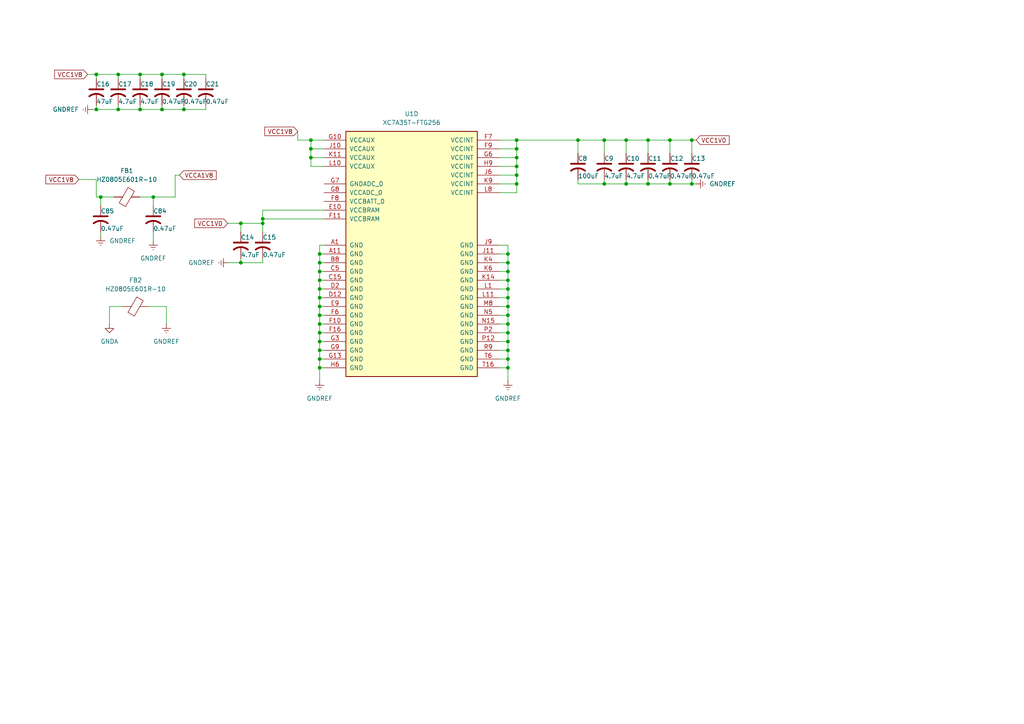
<source format=kicad_sch>
(kicad_sch (version 20250114) (generator "eeschema") (generator_version "9.0")
  (paper "A4")
  (lib_symbols
    (symbol "Device:C_US" (pin_numbers (hide yes)) (pin_names (offset 0.254) (hide yes))
      (property "Reference" "C" (at 0.635 2.54 0))
      (property "Value" "C_US" (at 0.635 -2.54 0))
      (symbol "C_US_0_1"
        (polyline (pts (xy -2.032 0.762) (xy 2.032 0.762)) (stroke (width 0.508)))
        (arc (start -2.032 -1.27) (mid 0 -0.5572) (end 2.032 -1.27) (stroke (width 0.508)))
      )
      (symbol "C_US_1_1"
        (pin passive line (at 0 3.81 270) (length 2.794) (name "~") (number "1"))
        (pin passive line (at 0 -3.81 90) (length 3.302) (name "~") (number "2"))
      )
    )
    (symbol "Device:FerriteBead" (pin_numbers (hide yes)) (pin_names (offset 0))
      (property "Reference" "FB" (at -3.81 0.635 90))
      (property "Value" "FerriteBead" (at 3.81 0 90))
      (symbol "FerriteBead_0_1"
        (polyline (pts (xy -2.7686 0.4064) (xy -1.7018 2.2606) (xy 2.7686 -0.3048) (xy 1.6764 -2.159) (xy -2.7686 0.4064)))
        (polyline (pts (xy 0 1.27) (xy 0 1.2954)))
        (polyline (pts (xy 0 -1.27) (xy 0 -1.2192)))
      )
      (symbol "FerriteBead_1_1"
        (pin passive line (at 0 3.81 270) (length 2.54) (name "~") (number "1"))
        (pin passive line (at 0 -3.81 90) (length 2.54) (name "~") (number "2"))
      )
    )
    (symbol "FPGA_Xilinx_Artix7:XC7A35T-FTG256" (pin_names (offset 1.016))
      (property "Reference" "U" (at 0 1.27 0))
      (property "Value" "XC7A35T-FTG256" (at 0 -1.27 0))
      (symbol "XC7A35T-FTG256_1_1"
        (rectangle (start -44.45 67.31) (end 44.45 -73.66) (stroke (width 0.254)) (fill (type background)))
        (pin bidirectional line (at -50.8 53.34 0) (length 6.35) (name "IO_0_14") (number "K12"))
        (pin bidirectional line (at -50.8 50.8 0) (length 6.35) (name "IO_L1P_T0_D00_MOSI_14") (number "J13"))
        (pin bidirectional line (at -50.8 48.26 0) (length 6.35) (name "IO_L1N_T0_D01_DIN_14") (number "J14"))
        (pin bidirectional line (at -50.8 45.72 0) (length 6.35) (name "IO_L2P_T0_D02_14") (number "K15"))
        (pin bidirectional line (at -50.8 43.18 0) (length 6.35) (name "IO_L2N_T0_D03_14") (number "K16"))
        (pin bidirectional line (at -50.8 40.64 0) (length 6.35) (name "IO_L3P_T0_DQS_PUDC_B_14") (number "L15"))
        (pin bidirectional line (at -50.8 38.1 0) (length 6.35) (name "IO_L3N_T0_DQS_EMCCLK_14") (number "M15"))
        (pin bidirectional line (at -50.8 35.56 0) (length 6.35) (name "IO_L4P_T0_D04_14") (number "L14"))
        (pin bidirectional line (at -50.8 33.02 0) (length 6.35) (name "IO_L4N_T0_D05_14") (number "M14"))
        (pin bidirectional line (at -50.8 30.48 0) (length 6.35) (name "IO_L5P_T0_D06_14") (number "K13"))
        (pin bidirectional line (at -50.8 27.94 0) (length 6.35) (name "IO_L5N_T0_D07_14") (number "L13"))
        (pin bidirectional line (at -50.8 25.4 0) (length 6.35) (name "IO_L6P_T0_FCS_B_14") (number "L12"))
        (pin bidirectional line (at -50.8 22.86 0) (length 6.35) (name "IO_L6N_T0_D08_VREF_14") (number "M12"))
        (pin bidirectional line (at -50.8 20.32 0) (length 6.35) (name "IO_L7P_T1_D09_14") (number "M16"))
        (pin bidirectional line (at -50.8 17.78 0) (length 6.35) (name "IO_L7N_T1_D10_14") (number "N16"))
        (pin bidirectional line (at -50.8 15.24 0) (length 6.35) (name "IO_L8P_T1_D11_14") (number "P15"))
        (pin bidirectional line (at -50.8 12.7 0) (length 6.35) (name "IO_L8N_T1_D12_14") (number "P16"))
        (pin bidirectional line (at -50.8 10.16 0) (length 6.35) (name "IO_L9P_T1_DQS_14") (number "R15"))
        (pin bidirectional line (at -50.8 7.62 0) (length 6.35) (name "IO_L9N_T1_DQS_D13_14") (number "R16"))
        (pin bidirectional line (at -50.8 5.08 0) (length 6.35) (name "IO_L10P_T1_D14_14") (number "T14"))
        (pin bidirectional line (at -50.8 2.54 0) (length 6.35) (name "IO_L10N_T1_D15_14") (number "T15"))
        (pin bidirectional line (at -50.8 0 0) (length 6.35) (name "IO_L11P_T1_SRCC_14") (number "N13"))
        (pin bidirectional line (at -50.8 -2.54 0) (length 6.35) (name "IO_L11N_T1_SRCC_14") (number "P13"))
        (pin bidirectional line (at -50.8 -5.08 0) (length 6.35) (name "IO_L12P_T1_MRCC_14") (number "N14"))
        (pin bidirectional line (at -50.8 -7.62 0) (length 6.35) (name "IO_L12N_T1_MRCC_14") (number "P14"))
        (pin bidirectional line (at -50.8 -10.16 0) (length 6.35) (name "IO_L13P_T2_MRCC_14") (number "N11"))
        (pin bidirectional line (at -50.8 -12.7 0) (length 6.35) (name "IO_L13N_T2_MRCC_14") (number "N12"))
        (pin bidirectional line (at -50.8 -15.24 0) (length 6.35) (name "IO_L14P_T2_SRCC_14") (number "P10"))
        (pin bidirectional line (at -50.8 -17.78 0) (length 6.35) (name "IO_L14N_T2_SRCC_14") (number "P11"))
        (pin bidirectional line (at -50.8 -20.32 0) (length 6.35) (name "IO_L15P_T2_DQS_RDWR_B_14") (number "R12"))
        (pin bidirectional line (at -50.8 -22.86 0) (length 6.35) (name "IO_L15N_T2_DQS_DOUT_CSO_B_14") (number "T12"))
        (pin bidirectional line (at -50.8 -25.4 0) (length 6.35) (name "IO_L16P_T2_CSI_B_14") (number "R13"))
        (pin bidirectional line (at -50.8 -27.94 0) (length 6.35) (name "IO_L16N_T2_A15_D31_14") (number "T13"))
        (pin bidirectional line (at -50.8 -30.48 0) (length 6.35) (name "IO_L17P_T2_A14_D30_14") (number "R10"))
        (pin bidirectional line (at -50.8 -33.02 0) (length 6.35) (name "IO_L17N_T2_A13_D29_14") (number "R11"))
        (pin bidirectional line (at -50.8 -35.56 0) (length 6.35) (name "IO_L18P_T2_A12_D28_14") (number "N9"))
        (pin bidirectional line (at -50.8 -38.1 0) (length 6.35) (name "IO_L18N_T2_A11_D27_14") (number "P9"))
        (pin bidirectional line (at -50.8 -40.64 0) (length 6.35) (name "IO_L19P_T3_A10_D26_14") (number "M6"))
        (pin bidirectional line (at -50.8 -43.18 0) (length 6.35) (name "IO_L19N_T3_A09_D25_VREF_14") (number "N6"))
        (pin bidirectional line (at -50.8 -45.72 0) (length 6.35) (name "IO_L20P_T3_A08_D24_14") (number "P8"))
        (pin bidirectional line (at -50.8 -48.26 0) (length 6.35) (name "IO_L20N_T3_A07_D23_14") (number "R8"))
        (pin bidirectional line (at -50.8 -50.8 0) (length 6.35) (name "IO_L21P_T3_DQS_14") (number "T7"))
        (pin bidirectional line (at -50.8 -53.34 0) (length 6.35) (name "IO_L21N_T3_DQS_A06_D22_14") (number "T8"))
        (pin bidirectional line (at -50.8 -55.88 0) (length 6.35) (name "IO_L22P_T3_A05_D21_14") (number "T9"))
        (pin bidirectional line (at -50.8 -58.42 0) (length 6.35) (name "IO_L22N_T3_A04_D20_14") (number "T10"))
        (pin bidirectional line (at -50.8 -60.96 0) (length 6.35) (name "IO_L23P_T3_A03_D19_14") (number "R5"))
        (pin bidirectional line (at -50.8 -63.5 0) (length 6.35) (name "IO_L23N_T3_A02_D18_14") (number "T5"))
        (pin bidirectional line (at -50.8 -66.04 0) (length 6.35) (name "IO_L24P_T3_A01_D17_14") (number "R6"))
        (pin bidirectional line (at -50.8 -68.58 0) (length 6.35) (name "IO_L24N_T3_A00_D16_14") (number "R7"))
        (pin bidirectional line (at -50.8 -71.12 0) (length 6.35) (name "IO_25_14") (number "P6"))
        (pin power_in line (at -40.64 73.66 270) (length 6.35) (name "VCCO_14") (number "L16"))
        (pin power_in line (at -38.1 73.66 270) (length 6.35) (name "VCCO_14") (number "M13"))
        (pin power_in line (at -35.56 73.66 270) (length 6.35) (name "VCCO_14") (number "N10"))
        (pin power_in line (at -33.02 73.66 270) (length 6.35) (name "VCCO_14") (number "P7"))
        (pin power_in line (at -30.48 73.66 270) (length 6.35) (name "VCCO_14") (number "R14"))
        (pin power_in line (at -27.94 73.66 270) (length 6.35) (name "VCCO_14") (number "T11"))
        (pin power_in line (at 27.94 73.66 270) (length 6.35) (name "VCCO_15") (number "A16"))
        (pin power_in line (at 30.48 73.66 270) (length 6.35) (name "VCCO_15") (number "B13"))
        (pin power_in line (at 33.02 73.66 270) (length 6.35) (name "VCCO_15") (number "C10"))
        (pin power_in line (at 35.56 73.66 270) (length 6.35) (name "VCCO_15") (number "E14"))
        (pin power_in line (at 38.1 73.66 270) (length 6.35) (name "VCCO_15") (number "H15"))
        (pin power_in line (at 40.64 73.66 270) (length 6.35) (name "VCCO_15") (number "J12"))
        (pin bidirectional line (at 50.8 53.34 180) (length 6.35) (name "IO_0_15") (number "D10"))
        (pin bidirectional line (at 50.8 50.8 180) (length 6.35) (name "IO_L1P_T0_AD0P_15") (number "C8"))
        (pin bidirectional line (at 50.8 48.26 180) (length 6.35) (name "IO_L1N_T0_AD0N_15") (number "C9"))
        (pin bidirectional line (at 50.8 45.72 180) (length 6.35) (name "IO_L2P_T0_AD8P_15") (number "A8"))
        (pin bidirectional line (at 50.8 43.18 180) (length 6.35) (name "IO_L2N_T0_AD8N_15") (number "A9"))
        (pin bidirectional line (at 50.8 40.64 180) (length 6.35) (name "IO_L3P_T0_DQS_AD1P_15") (number "B9"))
        (pin bidirectional line (at 50.8 38.1 180) (length 6.35) (name "IO_L3N_T0_DQS_AD1N_15") (number "A10"))
        (pin bidirectional line (at 50.8 35.56 180) (length 6.35) (name "IO_L4P_T0_15") (number "B10"))
        (pin bidirectional line (at 50.8 33.02 180) (length 6.35) (name "IO_L4N_T0_15") (number "B11"))
        (pin bidirectional line (at 50.8 30.48 180) (length 6.35) (name "IO_L5P_T0_AD9P_15") (number "B12"))
        (pin bidirectional line (at 50.8 27.94 180) (length 6.35) (name "IO_L5N_T0_AD9N_15") (number "A12"))
        (pin bidirectional line (at 50.8 25.4 180) (length 6.35) (name "IO_L6P_T0_15") (number "D8"))
        (pin bidirectional line (at 50.8 22.86 180) (length 6.35) (name "IO_L6N_T0_VREF_15") (number "D9"))
        (pin bidirectional line (at 50.8 20.32 180) (length 6.35) (name "IO_L7P_T1_AD2P_15") (number "A13"))
        (pin bidirectional line (at 50.8 17.78 180) (length 6.35) (name "IO_L7N_T1_AD2N_15") (number "A14"))
        (pin bidirectional line (at 50.8 15.24 180) (length 6.35) (name "IO_L8P_T1_AD10P_15") (number "C14"))
        (pin bidirectional line (at 50.8 12.7 180) (length 6.35) (name "IO_L8N_T1_AD10N_15") (number "B14"))
        (pin bidirectional line (at 50.8 10.16 180) (length 6.35) (name "IO_L9P_T1_DQS_AD3P_15") (number "B15"))
        (pin bidirectional line (at 50.8 7.62 180) (length 6.35) (name "IO_L9N_T1_DQS_AD3N_15") (number "A15"))
        (pin bidirectional line (at 50.8 5.08 180) (length 6.35) (name "IO_L10P_T1_AD11P_15") (number "C16"))
        (pin bidirectional line (at 50.8 2.54 180) (length 6.35) (name "IO_L10N_T1_AD11N_15") (number "B16"))
        (pin bidirectional line (at 50.8 0 180) (length 6.35) (name "IO_L11P_T1_SRCC_15") (number "C11"))
        (pin bidirectional line (at 50.8 -2.54 180) (length 6.35) (name "IO_L11N_T1_SRCC_15") (number "C12"))
        (pin bidirectional line (at 50.8 -5.08 180) (length 6.35) (name "IO_L12P_T1_MRCC_15") (number "D13"))
        (pin bidirectional line (at 50.8 -7.62 180) (length 6.35) (name "IO_L12N_T1_MRCC_15") (number "C13"))
        (pin bidirectional line (at 50.8 -10.16 180) (length 6.35) (name "IO_L13P_T2_MRCC_15") (number "E12"))
        (pin bidirectional line (at 50.8 -12.7 180) (length 6.35) (name "IO_L13N_T2_MRCC_15") (number "E13"))
        (pin bidirectional line (at 50.8 -15.24 180) (length 6.35) (name "IO_L14P_T2_SRCC_15") (number "E11"))
        (pin bidirectional line (at 50.8 -17.78 180) (length 6.35) (name "IO_L14N_T2_SRCC_15") (number "D11"))
        (pin bidirectional line (at 50.8 -20.32 180) (length 6.35) (name "IO_L15P_T2_DQS_15") (number "D14"))
        (pin bidirectional line (at 50.8 -22.86 180) (length 6.35) (name "IO_L15N_T2_DQS_ADV_B_15") (number "D15"))
        (pin bidirectional line (at 50.8 -25.4 180) (length 6.35) (name "IO_L16P_T2_A28_15") (number "F12"))
        (pin bidirectional line (at 50.8 -27.94 180) (length 6.35) (name "IO_L16N_T2_A27_15") (number "F13"))
        (pin bidirectional line (at 50.8 -30.48 180) (length 6.35) (name "IO_L17P_T2_A26_15") (number "E16"))
        (pin bidirectional line (at 50.8 -33.02 180) (length 6.35) (name "IO_L17N_T2_A25_15") (number "D16"))
        (pin bidirectional line (at 50.8 -35.56 180) (length 6.35) (name "IO_L18P_T2_A24_15") (number "F15"))
        (pin bidirectional line (at 50.8 -38.1 180) (length 6.35) (name "IO_L18N_T2_A23_15") (number "E15"))
        (pin bidirectional line (at 50.8 -40.64 180) (length 6.35) (name "IO_L19P_T3_A22_15") (number "H11"))
        (pin bidirectional line (at 50.8 -43.18 180) (length 6.35) (name "IO_L19N_T3_A21_VREF_15") (number "G12"))
        (pin bidirectional line (at 50.8 -45.72 180) (length 6.35) (name "IO_L20P_T3_A20_15") (number "H12"))
        (pin bidirectional line (at 50.8 -48.26 180) (length 6.35) (name "IO_L20N_T3_A19_15") (number "H13"))
        (pin bidirectional line (at 50.8 -50.8 180) (length 6.35) (name "IO_L21P_T3_DQS_15") (number "G14"))
        (pin bidirectional line (at 50.8 -53.34 180) (length 6.35) (name "IO_L21N_T3_DQS_A18_15") (number "F14"))
        (pin bidirectional line (at 50.8 -55.88 180) (length 6.35) (name "IO_L22P_T3_A17_15") (number "H16"))
        (pin bidirectional line (at 50.8 -58.42 180) (length 6.35) (name "IO_L22N_T3_A16_15") (number "G16"))
        (pin bidirectional line (at 50.8 -60.96 180) (length 6.35) (name "IO_L23P_T3_FOE_B_15") (number "J15"))
        (pin bidirectional line (at 50.8 -63.5 180) (length 6.35) (name "IO_L23N_T3_FWE_B_15") (number "J16"))
        (pin bidirectional line (at 50.8 -66.04 180) (length 6.35) (name "IO_L24P_T3_RS1_15") (number "H14"))
        (pin bidirectional line (at 50.8 -68.58 180) (length 6.35) (name "IO_L24N_T3_RS0_15") (number "G15"))
        (pin bidirectional line (at 50.8 -71.12 180) (length 6.35) (name "IO_25_15") (number "G11"))
      )
      (symbol "XC7A35T-FTG256_2_1"
        (rectangle (start -44.45 67.31) (end 44.45 -73.66) (stroke (width 0.254)) (fill (type background)))
        (pin bidirectional line (at -50.8 53.34 0) (length 6.35) (name "IO_0_34") (number "L5"))
        (pin bidirectional line (at -50.8 50.8 0) (length 6.35) (name "IO_L1P_T0_34") (number "L4"))
        (pin bidirectional line (at -50.8 48.26 0) (length 6.35) (name "IO_L1N_T0_34") (number "M4"))
        (pin bidirectional line (at -50.8 45.72 0) (length 6.35) (name "IO_L2P_T0_34") (number "M2"))
        (pin bidirectional line (at -50.8 43.18 0) (length 6.35) (name "IO_L2N_T0_34") (number "M1"))
        (pin bidirectional line (at -50.8 40.64 0) (length 6.35) (name "IO_L3P_T0_DQS_34") (number "N3"))
        (pin bidirectional line (at -50.8 38.1 0) (length 6.35) (name "IO_L3N_T0_DQS_34") (number "N2"))
        (pin bidirectional line (at -50.8 35.56 0) (length 6.35) (name "IO_L4P_T0_34") (number "N1"))
        (pin bidirectional line (at -50.8 33.02 0) (length 6.35) (name "IO_L4N_T0_34") (number "P1"))
        (pin bidirectional line (at -50.8 30.48 0) (length 6.35) (name "IO_L5P_T0_34") (number "P4"))
        (pin bidirectional line (at -50.8 27.94 0) (length 6.35) (name "IO_L5N_T0_34") (number "P3"))
        (pin bidirectional line (at -50.8 25.4 0) (length 6.35) (name "IO_L6P_T0_34") (number "M5"))
        (pin bidirectional line (at -50.8 22.86 0) (length 6.35) (name "IO_L6N_T0_VREF_34") (number "N4"))
        (pin bidirectional line (at -50.8 20.32 0) (length 6.35) (name "IO_L7P_T1_34") (number "R2"))
        (pin bidirectional line (at -50.8 17.78 0) (length 6.35) (name "IO_L7N_T1_34") (number "R1"))
        (pin bidirectional line (at -50.8 15.24 0) (length 6.35) (name "IO_L8P_T1_34") (number "R3"))
        (pin bidirectional line (at -50.8 12.7 0) (length 6.35) (name "IO_L8N_T1_34") (number "T2"))
        (pin bidirectional line (at -50.8 10.16 0) (length 6.35) (name "IO_L9P_T1_DQS_34") (number "T4"))
        (pin bidirectional line (at -50.8 7.62 0) (length 6.35) (name "IO_L9N_T1_DQS_34") (number "T3"))
        (pin bidirectional line (at -50.8 5.08 0) (length 6.35) (name "IO_L10P_T1_34") (number "P5"))
        (pin power_in line (at -40.64 73.66 270) (length 6.35) (name "VCCO_34") (number "M3"))
        (pin power_in line (at -38.1 73.66 270) (length 6.35) (name "VCCO_34") (number "R4"))
        (pin power_in line (at -35.56 73.66 270) (length 6.35) (name "VCCO_34") (number "T1"))
        (pin power_in line (at 27.94 73.66 270) (length 6.35) (name "VCCO_35") (number "A6"))
        (pin power_in line (at 30.48 73.66 270) (length 6.35) (name "VCCO_35") (number "B3"))
        (pin power_in line (at 33.02 73.66 270) (length 6.35) (name "VCCO_35") (number "D7"))
        (pin power_in line (at 35.56 73.66 270) (length 6.35) (name "VCCO_35") (number "E4"))
        (pin power_in line (at 38.1 73.66 270) (length 6.35) (name "VCCO_35") (number "F1"))
        (pin power_in line (at 40.64 73.66 270) (length 6.35) (name "VCCO_35") (number "J2"))
        (pin bidirectional line (at 50.8 53.34 180) (length 6.35) (name "IO_0_35") (number "E6"))
        (pin bidirectional line (at 50.8 50.8 180) (length 6.35) (name "IO_L1P_T0_AD4P_35") (number "B7"))
        (pin bidirectional line (at 50.8 48.26 180) (length 6.35) (name "IO_L1N_T0_AD4N_35") (number "A7"))
        (pin bidirectional line (at 50.8 45.72 180) (length 6.35) (name "IO_L2P_T0_AD12P_35") (number "B6"))
        (pin bidirectional line (at 50.8 43.18 180) (length 6.35) (name "IO_L2N_T0_AD12N_35") (number "B5"))
        (pin bidirectional line (at 50.8 40.64 180) (length 6.35) (name "IO_L3P_T0_DQS_AD5P_35") (number "A5"))
        (pin bidirectional line (at 50.8 38.1 180) (length 6.35) (name "IO_L3N_T0_DQS_AD5N_35") (number "A4"))
        (pin bidirectional line (at 50.8 35.56 180) (length 6.35) (name "IO_L4P_T0_35") (number "B4"))
        (pin bidirectional line (at 50.8 33.02 180) (length 6.35) (name "IO_L4N_T0_35") (number "A3"))
        (pin bidirectional line (at 50.8 30.48 180) (length 6.35) (name "IO_L5P_T0_AD13P_35") (number "C7"))
        (pin bidirectional line (at 50.8 27.94 180) (length 6.35) (name "IO_L5N_T0_AD13N_35") (number "C6"))
        (pin bidirectional line (at 50.8 25.4 180) (length 6.35) (name "IO_L6P_T0_35") (number "D6"))
        (pin bidirectional line (at 50.8 22.86 180) (length 6.35) (name "IO_L6N_T0_VREF_35") (number "D5"))
        (pin bidirectional line (at 50.8 20.32 180) (length 6.35) (name "IO_L7P_T1_AD6P_35") (number "C3"))
        (pin bidirectional line (at 50.8 17.78 180) (length 6.35) (name "IO_L7N_T1_AD6N_35") (number "C2"))
        (pin bidirectional line (at 50.8 15.24 180) (length 6.35) (name "IO_L8P_T1_AD14P_35") (number "B2"))
        (pin bidirectional line (at 50.8 12.7 180) (length 6.35) (name "IO_L8N_T1_AD14N_35") (number "A2"))
        (pin bidirectional line (at 50.8 10.16 180) (length 6.35) (name "IO_L9P_T1_DQS_AD7P_35") (number "C1"))
        (pin bidirectional line (at 50.8 7.62 180) (length 6.35) (name "IO_L9N_T1_DQS_AD7N_35") (number "B1"))
        (pin bidirectional line (at 50.8 5.08 180) (length 6.35) (name "IO_L10P_T1_AD15P_35") (number "E2"))
        (pin bidirectional line (at 50.8 2.54 180) (length 6.35) (name "IO_L10N_T1_AD15N_35") (number "D1"))
        (pin bidirectional line (at 50.8 0 180) (length 6.35) (name "IO_L11P_T1_SRCC_35") (number "E3"))
        (pin bidirectional line (at 50.8 -2.54 180) (length 6.35) (name "IO_L11N_T1_SRCC_35") (number "D3"))
        (pin bidirectional line (at 50.8 -5.08 180) (length 6.35) (name "IO_L12P_T1_MRCC_35") (number "D4"))
        (pin bidirectional line (at 50.8 -7.62 180) (length 6.35) (name "IO_L12N_T1_MRCC_35") (number "C4"))
        (pin bidirectional line (at 50.8 -10.16 180) (length 6.35) (name "IO_L13P_T2_MRCC_35") (number "F5"))
        (pin bidirectional line (at 50.8 -12.7 180) (length 6.35) (name "IO_L13N_T2_MRCC_35") (number "E5"))
        (pin bidirectional line (at 50.8 -15.24 180) (length 6.35) (name "IO_L14P_T2_SRCC_35") (number "F4"))
        (pin bidirectional line (at 50.8 -17.78 180) (length 6.35) (name "IO_L14N_T2_SRCC_35") (number "F3"))
        (pin bidirectional line (at 50.8 -20.32 180) (length 6.35) (name "IO_L15P_T2_DQS_35") (number "F2"))
        (pin bidirectional line (at 50.8 -22.86 180) (length 6.35) (name "IO_L15N_T2_DQS_35") (number "E1"))
        (pin bidirectional line (at 50.8 -25.4 180) (length 6.35) (name "IO_L16P_T2_35") (number "G5"))
        (pin bidirectional line (at 50.8 -27.94 180) (length 6.35) (name "IO_L16N_T2_35") (number "G4"))
        (pin bidirectional line (at 50.8 -30.48 180) (length 6.35) (name "IO_L17P_T2_35") (number "G2"))
        (pin bidirectional line (at 50.8 -33.02 180) (length 6.35) (name "IO_L17N_T2_35") (number "G1"))
        (pin bidirectional line (at 50.8 -35.56 180) (length 6.35) (name "IO_L18P_T2_35") (number "H5"))
        (pin bidirectional line (at 50.8 -38.1 180) (length 6.35) (name "IO_L18N_T2_35") (number "H4"))
        (pin bidirectional line (at 50.8 -40.64 180) (length 6.35) (name "IO_L19P_T3_35") (number "J5"))
        (pin bidirectional line (at 50.8 -43.18 180) (length 6.35) (name "IO_L19N_T3_VREF_35") (number "J4"))
        (pin bidirectional line (at 50.8 -45.72 180) (length 6.35) (name "IO_L20P_T3_35") (number "H2"))
        (pin bidirectional line (at 50.8 -48.26 180) (length 6.35) (name "IO_L20N_T3_35") (number "H1"))
        (pin bidirectional line (at 50.8 -50.8 180) (length 6.35) (name "IO_L21P_T3_DQS_35") (number "J3"))
        (pin bidirectional line (at 50.8 -53.34 180) (length 6.35) (name "IO_L21N_T3_DQS_35") (number "H3"))
        (pin bidirectional line (at 50.8 -55.88 180) (length 6.35) (name "IO_L22P_T3_35") (number "K1"))
        (pin bidirectional line (at 50.8 -58.42 180) (length 6.35) (name "IO_L22N_T3_35") (number "J1"))
        (pin bidirectional line (at 50.8 -60.96 180) (length 6.35) (name "IO_L23P_T3_35") (number "L3"))
        (pin bidirectional line (at 50.8 -63.5 180) (length 6.35) (name "IO_L23N_T3_35") (number "L2"))
        (pin bidirectional line (at 50.8 -66.04 180) (length 6.35) (name "IO_L24P_T3_35") (number "K3"))
        (pin bidirectional line (at 50.8 -68.58 180) (length 6.35) (name "IO_L24N_T3_35") (number "K2"))
        (pin bidirectional line (at 50.8 -71.12 180) (length 6.35) (name "IO_25_35") (number "K5"))
      )
      (symbol "XC7A35T-FTG256_3_1"
        (rectangle (start -31.75 34.29) (end 31.75 -40.64) (stroke (width 0.254)) (fill (type background)))
        (pin power_in line (at 27.94 40.64 270) (length 6.35) (name "VCCO_0") (number "L6"))
        (pin bidirectional line (at 38.1 20.32 180) (length 6.35) (name "TDI_0") (number "N7"))
        (pin bidirectional line (at 38.1 17.78 180) (length 6.35) (name "TDO_0") (number "N8"))
        (pin bidirectional line (at 38.1 15.24 180) (length 6.35) (name "TMS_0") (number "M7"))
        (pin bidirectional line (at 38.1 12.7 180) (length 6.35) (name "TCK_0") (number "L7"))
        (pin bidirectional line (at 38.1 7.62 180) (length 6.35) (name "CCLK_0") (number "E8"))
        (pin bidirectional line (at 38.1 5.08 180) (length 6.35) (name "M0_0") (number "M9"))
        (pin bidirectional line (at 38.1 2.54 180) (length 6.35) (name "M1_0") (number "M10"))
        (pin bidirectional line (at 38.1 0 180) (length 6.35) (name "M2_0") (number "M11"))
        (pin bidirectional line (at 38.1 -5.08 180) (length 6.35) (name "DONE_0") (number "H10"))
        (pin bidirectional line (at 38.1 -7.62 180) (length 6.35) (name "INIT_B_0") (number "K10"))
        (pin bidirectional line (at 38.1 -10.16 180) (length 6.35) (name "PROGRAM_B_0") (number "L9"))
        (pin bidirectional line (at 38.1 -15.24 180) (length 6.35) (name "CFGBVS_0") (number "E7"))
        (pin bidirectional line (at 38.1 -20.32 180) (length 6.35) (name "VP_0") (number "H8"))
        (pin bidirectional line (at 38.1 -22.86 180) (length 6.35) (name "VN_0") (number "J7"))
        (pin bidirectional line (at 38.1 -27.94 180) (length 6.35) (name "VREFP_0") (number "J8"))
        (pin bidirectional line (at 38.1 -30.48 180) (length 6.35) (name "VREFN_0") (number "H7"))
        (pin bidirectional line (at 38.1 -35.56 180) (length 6.35) (name "DXP_0") (number "K8"))
        (pin bidirectional line (at 38.1 -38.1 180) (length 6.35) (name "DXN_0") (number "K7"))
      )
      (symbol "XC7A35T-FTG256_4_1"
        (rectangle (start -19.05 35.56) (end 19.05 -35.56) (stroke (width 0.254)) (fill (type background)))
        (pin power_in line (at -25.4 33.02 0) (length 6.35) (name "VCCAUX") (number "G10"))
        (pin power_in line (at -25.4 30.48 0) (length 6.35) (name "VCCAUX") (number "J10"))
        (pin power_in line (at -25.4 27.94 0) (length 6.35) (name "VCCAUX") (number "K11"))
        (pin power_in line (at -25.4 25.4 0) (length 6.35) (name "VCCAUX") (number "L10"))
        (pin power_in line (at -25.4 20.32 0) (length 6.35) (name "GNDADC_0") (number "G7"))
        (pin power_in line (at -25.4 17.78 0) (length 6.35) (name "VCCADC_0") (number "G8"))
        (pin power_in line (at -25.4 15.24 0) (length 6.35) (name "VCCBATT_0") (number "F8"))
        (pin power_in line (at -25.4 12.7 0) (length 6.35) (name "VCCBRAM") (number "E10"))
        (pin power_in line (at -25.4 10.16 0) (length 6.35) (name "VCCBRAM") (number "F11"))
        (pin power_in line (at -25.4 2.54 0) (length 6.35) (name "GND") (number "A1"))
        (pin power_in line (at -25.4 0 0) (length 6.35) (name "GND") (number "A11"))
        (pin power_in line (at -25.4 -2.54 0) (length 6.35) (name "GND") (number "B8"))
        (pin power_in line (at -25.4 -5.08 0) (length 6.35) (name "GND") (number "C5"))
        (pin power_in line (at -25.4 -7.62 0) (length 6.35) (name "GND") (number "C15"))
        (pin power_in line (at -25.4 -10.16 0) (length 6.35) (name "GND") (number "D2"))
        (pin power_in line (at -25.4 -12.7 0) (length 6.35) (name "GND") (number "D12"))
        (pin power_in line (at -25.4 -15.24 0) (length 6.35) (name "GND") (number "E9"))
        (pin power_in line (at -25.4 -17.78 0) (length 6.35) (name "GND") (number "F6"))
        (pin power_in line (at -25.4 -20.32 0) (length 6.35) (name "GND") (number "F10"))
        (pin power_in line (at -25.4 -22.86 0) (length 6.35) (name "GND") (number "F16"))
        (pin power_in line (at -25.4 -25.4 0) (length 6.35) (name "GND") (number "G3"))
        (pin power_in line (at -25.4 -27.94 0) (length 6.35) (name "GND") (number "G9"))
        (pin power_in line (at -25.4 -30.48 0) (length 6.35) (name "GND") (number "G13"))
        (pin power_in line (at -25.4 -33.02 0) (length 6.35) (name "GND") (number "H6"))
        (pin power_in line (at 25.4 33.02 180) (length 6.35) (name "VCCINT") (number "F7"))
        (pin power_in line (at 25.4 30.48 180) (length 6.35) (name "VCCINT") (number "F9"))
        (pin power_in line (at 25.4 27.94 180) (length 6.35) (name "VCCINT") (number "G6"))
        (pin power_in line (at 25.4 25.4 180) (length 6.35) (name "VCCINT") (number "H9"))
        (pin power_in line (at 25.4 22.86 180) (length 6.35) (name "VCCINT") (number "J6"))
        (pin power_in line (at 25.4 20.32 180) (length 6.35) (name "VCCINT") (number "K9"))
        (pin power_in line (at 25.4 17.78 180) (length 6.35) (name "VCCINT") (number "L8"))
        (pin power_in line (at 25.4 2.54 180) (length 6.35) (name "GND") (number "J9"))
        (pin power_in line (at 25.4 0 180) (length 6.35) (name "GND") (number "J11"))
        (pin power_in line (at 25.4 -2.54 180) (length 6.35) (name "GND") (number "K4"))
        (pin power_in line (at 25.4 -5.08 180) (length 6.35) (name "GND") (number "K6"))
        (pin power_in line (at 25.4 -7.62 180) (length 6.35) (name "GND") (number "K14"))
        (pin power_in line (at 25.4 -10.16 180) (length 6.35) (name "GND") (number "L1"))
        (pin power_in line (at 25.4 -12.7 180) (length 6.35) (name "GND") (number "L11"))
        (pin power_in line (at 25.4 -15.24 180) (length 6.35) (name "GND") (number "M8"))
        (pin power_in line (at 25.4 -17.78 180) (length 6.35) (name "GND") (number "N5"))
        (pin power_in line (at 25.4 -20.32 180) (length 6.35) (name "GND") (number "N15"))
        (pin power_in line (at 25.4 -22.86 180) (length 6.35) (name "GND") (number "P2"))
        (pin power_in line (at 25.4 -25.4 180) (length 6.35) (name "GND") (number "P12"))
        (pin power_in line (at 25.4 -27.94 180) (length 6.35) (name "GND") (number "R9"))
        (pin power_in line (at 25.4 -30.48 180) (length 6.35) (name "GND") (number "T6"))
        (pin power_in line (at 25.4 -33.02 180) (length 6.35) (name "GND") (number "T16"))
      )
    )
    (symbol "power:GNDA" (power) (pin_numbers (hide yes)) (pin_names (offset 0) (hide yes))
      (property "Value" "GNDA" (at 0 -3.81 0))
      (symbol "GNDA_0_1"
        (polyline (pts (xy 0 0) (xy 0 -1.27) (xy 1.27 -1.27) (xy 0 -2.54) (xy -1.27 -1.27) (xy 0 -1.27)))
      )
      (symbol "GNDA_1_1"
        (pin power_in line (at 0 0 270) (length 0) (name "~") (number "1"))
      )
    )
    (symbol "power:GNDREF" (power) (pin_numbers (hide yes)) (pin_names (offset 0) (hide yes))
      (property "Value" "GNDREF" (at 0 -3.81 0))
      (symbol "GNDREF_0_1"
        (polyline (pts (xy -0.635 -1.905) (xy 0.635 -1.905)))
        (polyline (pts (xy -0.127 -2.54) (xy 0.127 -2.54)))
        (polyline (pts (xy 0 -1.27) (xy 0 0)))
        (polyline (pts (xy 1.27 -1.27) (xy -1.27 -1.27)))
      )
      (symbol "GNDREF_1_1"
        (pin power_in line (at 0 0 270) (length 0) (name "~") (number "1"))
      )
    )
  )
  (junction (at 90.17 43.18))
  (junction (at 40.64 21.59))
  (junction (at 92.71 96.52))
  (junction (at 92.71 101.6))
  (junction (at 46.99 21.59))
  (junction (at 181.61 40.64))
  (junction (at 46.99 31.75))
  (junction (at 90.17 40.64))
  (junction (at 92.71 104.14))
  (junction (at 92.71 93.98))
  (junction (at 147.32 106.68))
  (junction (at 147.32 81.28))
  (junction (at 147.32 99.06))
  (junction (at 27.94 21.59))
  (junction (at 76.2 64.77))
  (junction (at 187.96 53.34))
  (junction (at 200.66 53.34))
  (junction (at 149.86 43.18))
  (junction (at 181.61 53.34))
  (junction (at 92.71 76.2))
  (junction (at 92.71 78.74))
  (junction (at 147.32 86.36))
  (junction (at 92.71 91.44))
  (junction (at 175.26 40.64))
  (junction (at 149.86 40.64))
  (junction (at 147.32 88.9))
  (junction (at 147.32 78.74))
  (junction (at 147.32 91.44))
  (junction (at 69.85 64.77))
  (junction (at 175.26 53.34))
  (junction (at 147.32 76.2))
  (junction (at 44.45 57.15))
  (junction (at 92.71 88.9))
  (junction (at 92.71 106.68))
  (junction (at 147.32 101.6))
  (junction (at 53.34 21.59))
  (junction (at 167.64 40.64))
  (junction (at 147.32 73.66))
  (junction (at 40.64 31.75))
  (junction (at 92.71 73.66))
  (junction (at 92.71 81.28))
  (junction (at 147.32 96.52))
  (junction (at 92.71 86.36))
  (junction (at 34.29 31.75))
  (junction (at 194.31 40.64))
  (junction (at 76.2 63.5))
  (junction (at 147.32 83.82))
  (junction (at 69.85 76.2))
  (junction (at 90.17 45.72))
  (junction (at 29.21 57.15))
  (junction (at 147.32 104.14))
  (junction (at 187.96 40.64))
  (junction (at 34.29 21.59))
  (junction (at 27.94 31.75))
  (junction (at 53.34 31.75))
  (junction (at 149.86 53.34))
  (junction (at 147.32 93.98))
  (junction (at 194.31 53.34))
  (junction (at 92.71 83.82))
  (junction (at 149.86 50.8))
  (junction (at 200.66 40.64))
  (junction (at 149.86 48.26))
  (junction (at 149.86 45.72))
  (junction (at 92.71 99.06))
  (wire (pts (xy 92.71 83.82) (xy 92.71 86.36)))
  (wire (pts (xy 187.96 53.34) (xy 194.31 53.34)))
  (wire (pts (xy 27.94 57.15) (xy 29.21 57.15)))
  (wire (pts (xy 194.31 40.64) (xy 200.66 40.64)))
  (wire (pts (xy 147.32 99.06) (xy 147.32 101.6)))
  (wire (pts (xy 181.61 40.64) (xy 187.96 40.64)))
  (wire (pts (xy 181.61 52.07) (xy 181.61 53.34)))
  (wire (pts (xy 147.32 73.66) (xy 147.32 76.2)))
  (wire (pts (xy 40.64 31.75) (xy 34.29 31.75)))
  (wire (pts (xy 147.32 81.28) (xy 147.32 83.82)))
  (wire (pts (xy 144.78 48.26) (xy 149.86 48.26)))
  (wire (pts (xy 90.17 43.18) (xy 93.98 43.18)))
  (wire (pts (xy 147.32 91.44) (xy 147.32 93.98)))
  (wire (pts (xy 76.2 76.2) (xy 69.85 76.2)))
  (wire (pts (xy 52.07 50.8) (xy 50.8 50.8)))
  (wire (pts (xy 92.71 91.44) (xy 93.98 91.44)))
  (wire (pts (xy 22.86 52.07) (xy 27.94 52.07)))
  (wire (pts (xy 149.86 50.8) (xy 149.86 48.26)))
  (wire (pts (xy 92.71 104.14) (xy 93.98 104.14)))
  (wire (pts (xy 34.29 30.48) (xy 34.29 31.75)))
  (wire (pts (xy 147.32 101.6) (xy 147.32 104.14)))
  (wire (pts (xy 44.45 67.31) (xy 44.45 69.85)))
  (wire (pts (xy 76.2 64.77) (xy 69.85 64.77)))
  (wire (pts (xy 92.71 106.68) (xy 92.71 110.49)))
  (wire (pts (xy 149.86 45.72) (xy 149.86 43.18)))
  (wire (pts (xy 27.94 31.75) (xy 26.67 31.75)))
  (wire (pts (xy 86.36 40.64) (xy 90.17 40.64)))
  (wire (pts (xy 167.64 40.64) (xy 167.64 44.45)))
  (wire (pts (xy 147.32 83.82) (xy 147.32 86.36)))
  (wire (pts (xy 44.45 57.15) (xy 40.64 57.15)))
  (wire (pts (xy 144.78 50.8) (xy 149.86 50.8)))
  (wire (pts (xy 175.26 40.64) (xy 175.26 44.45)))
  (wire (pts (xy 92.71 106.68) (xy 93.98 106.68)))
  (wire (pts (xy 76.2 63.5) (xy 76.2 64.77)))
  (wire (pts (xy 92.71 73.66) (xy 92.71 76.2)))
  (wire (pts (xy 50.8 57.15) (xy 44.45 57.15)))
  (wire (pts (xy 144.78 40.64) (xy 149.86 40.64)))
  (wire (pts (xy 92.71 91.44) (xy 92.71 93.98)))
  (wire (pts (xy 33.02 57.15) (xy 29.21 57.15)))
  (wire (pts (xy 27.94 30.48) (xy 27.94 31.75)))
  (wire (pts (xy 144.78 76.2) (xy 147.32 76.2)))
  (wire (pts (xy 144.78 96.52) (xy 147.32 96.52)))
  (wire (pts (xy 93.98 48.26) (xy 90.17 48.26)))
  (wire (pts (xy 144.78 104.14) (xy 147.32 104.14)))
  (wire (pts (xy 167.64 53.34) (xy 175.26 53.34)))
  (wire (pts (xy 46.99 21.59) (xy 53.34 21.59)))
  (wire (pts (xy 181.61 53.34) (xy 187.96 53.34)))
  (wire (pts (xy 187.96 52.07) (xy 187.96 53.34)))
  (wire (pts (xy 27.94 21.59) (xy 27.94 22.86)))
  (wire (pts (xy 167.64 52.07) (xy 167.64 53.34)))
  (wire (pts (xy 92.71 78.74) (xy 93.98 78.74)))
  (wire (pts (xy 27.94 21.59) (xy 34.29 21.59)))
  (wire (pts (xy 93.98 88.9) (xy 92.71 88.9)))
  (wire (pts (xy 69.85 64.77) (xy 66.04 64.77)))
  (wire (pts (xy 92.71 93.98) (xy 93.98 93.98)))
  (wire (pts (xy 53.34 21.59) (xy 53.34 22.86)))
  (wire (pts (xy 194.31 52.07) (xy 194.31 53.34)))
  (wire (pts (xy 50.8 50.8) (xy 50.8 57.15)))
  (wire (pts (xy 90.17 45.72) (xy 93.98 45.72)))
  (wire (pts (xy 92.71 76.2) (xy 93.98 76.2)))
  (wire (pts (xy 144.78 101.6) (xy 147.32 101.6)))
  (wire (pts (xy 147.32 76.2) (xy 147.32 78.74)))
  (wire (pts (xy 92.71 101.6) (xy 92.71 104.14)))
  (wire (pts (xy 44.45 59.69) (xy 44.45 57.15)))
  (wire (pts (xy 144.78 53.34) (xy 149.86 53.34)))
  (wire (pts (xy 59.69 21.59) (xy 59.69 22.86)))
  (wire (pts (xy 25.4 21.59) (xy 27.94 21.59)))
  (wire (pts (xy 35.56 88.9) (xy 31.75 88.9)))
  (wire (pts (xy 147.32 88.9) (xy 147.32 91.44)))
  (wire (pts (xy 53.34 30.48) (xy 53.34 31.75)))
  (wire (pts (xy 92.71 93.98) (xy 92.71 96.52)))
  (wire (pts (xy 76.2 64.77) (xy 76.2 67.31)))
  (wire (pts (xy 90.17 48.26) (xy 90.17 45.72)))
  (wire (pts (xy 194.31 53.34) (xy 200.66 53.34)))
  (wire (pts (xy 149.86 55.88) (xy 149.86 53.34)))
  (wire (pts (xy 175.26 53.34) (xy 181.61 53.34)))
  (wire (pts (xy 93.98 71.12) (xy 92.71 71.12)))
  (wire (pts (xy 46.99 30.48) (xy 46.99 31.75)))
  (wire (pts (xy 76.2 60.96) (xy 76.2 63.5)))
  (wire (pts (xy 31.75 88.9) (xy 31.75 93.98)))
  (wire (pts (xy 144.78 88.9) (xy 147.32 88.9)))
  (wire (pts (xy 144.78 55.88) (xy 149.86 55.88)))
  (wire (pts (xy 40.64 21.59) (xy 46.99 21.59)))
  (wire (pts (xy 194.31 40.64) (xy 194.31 44.45)))
  (wire (pts (xy 53.34 31.75) (xy 46.99 31.75)))
  (wire (pts (xy 147.32 96.52) (xy 147.32 99.06)))
  (wire (pts (xy 187.96 40.64) (xy 187.96 44.45)))
  (wire (pts (xy 43.18 88.9) (xy 48.26 88.9)))
  (wire (pts (xy 92.71 78.74) (xy 92.71 81.28)))
  (wire (pts (xy 90.17 40.64) (xy 93.98 40.64)))
  (wire (pts (xy 144.78 71.12) (xy 147.32 71.12)))
  (wire (pts (xy 147.32 106.68) (xy 147.32 110.49)))
  (wire (pts (xy 181.61 40.64) (xy 181.61 44.45)))
  (wire (pts (xy 27.94 52.07) (xy 27.94 57.15)))
  (wire (pts (xy 92.71 96.52) (xy 93.98 96.52)))
  (wire (pts (xy 29.21 67.31) (xy 29.21 68.58)))
  (wire (pts (xy 200.66 53.34) (xy 201.93 53.34)))
  (wire (pts (xy 144.78 83.82) (xy 147.32 83.82)))
  (wire (pts (xy 92.71 96.52) (xy 92.71 99.06)))
  (wire (pts (xy 46.99 21.59) (xy 46.99 22.86)))
  (wire (pts (xy 144.78 99.06) (xy 147.32 99.06)))
  (wire (pts (xy 144.78 78.74) (xy 147.32 78.74)))
  (wire (pts (xy 147.32 104.14) (xy 147.32 106.68)))
  (wire (pts (xy 144.78 91.44) (xy 147.32 91.44)))
  (wire (pts (xy 46.99 31.75) (xy 40.64 31.75)))
  (wire (pts (xy 40.64 30.48) (xy 40.64 31.75)))
  (wire (pts (xy 92.71 99.06) (xy 92.71 101.6)))
  (wire (pts (xy 92.71 81.28) (xy 92.71 83.82)))
  (wire (pts (xy 200.66 52.07) (xy 200.66 53.34)))
  (wire (pts (xy 29.21 57.15) (xy 29.21 59.69)))
  (wire (pts (xy 175.26 40.64) (xy 181.61 40.64)))
  (wire (pts (xy 40.64 21.59) (xy 40.64 22.86)))
  (wire (pts (xy 69.85 76.2) (xy 66.04 76.2)))
  (wire (pts (xy 92.71 104.14) (xy 92.71 106.68)))
  (wire (pts (xy 147.32 71.12) (xy 147.32 73.66)))
  (wire (pts (xy 90.17 43.18) (xy 90.17 40.64)))
  (wire (pts (xy 144.78 81.28) (xy 147.32 81.28)))
  (wire (pts (xy 92.71 83.82) (xy 93.98 83.82)))
  (wire (pts (xy 92.71 71.12) (xy 92.71 73.66)))
  (wire (pts (xy 34.29 21.59) (xy 40.64 21.59)))
  (wire (pts (xy 76.2 74.93) (xy 76.2 76.2)))
  (wire (pts (xy 69.85 74.93) (xy 69.85 76.2)))
  (wire (pts (xy 59.69 31.75) (xy 53.34 31.75)))
  (wire (pts (xy 149.86 43.18) (xy 149.86 40.64)))
  (wire (pts (xy 149.86 53.34) (xy 149.86 50.8)))
  (wire (pts (xy 187.96 40.64) (xy 194.31 40.64)))
  (wire (pts (xy 149.86 40.64) (xy 167.64 40.64)))
  (wire (pts (xy 86.36 38.1) (xy 86.36 40.64)))
  (wire (pts (xy 34.29 21.59) (xy 34.29 22.86)))
  (wire (pts (xy 175.26 52.07) (xy 175.26 53.34)))
  (wire (pts (xy 144.78 86.36) (xy 147.32 86.36)))
  (wire (pts (xy 92.71 81.28) (xy 93.98 81.28)))
  (wire (pts (xy 92.71 86.36) (xy 93.98 86.36)))
  (wire (pts (xy 149.86 48.26) (xy 149.86 45.72)))
  (wire (pts (xy 144.78 106.68) (xy 147.32 106.68)))
  (wire (pts (xy 200.66 40.64) (xy 201.93 40.64)))
  (wire (pts (xy 147.32 86.36) (xy 147.32 88.9)))
  (wire (pts (xy 69.85 67.31) (xy 69.85 64.77)))
  (wire (pts (xy 92.71 86.36) (xy 92.71 88.9)))
  (wire (pts (xy 93.98 60.96) (xy 76.2 60.96)))
  (wire (pts (xy 92.71 99.06) (xy 93.98 99.06)))
  (wire (pts (xy 147.32 78.74) (xy 147.32 81.28)))
  (wire (pts (xy 200.66 40.64) (xy 200.66 44.45)))
  (wire (pts (xy 59.69 30.48) (xy 59.69 31.75)))
  (wire (pts (xy 144.78 73.66) (xy 147.32 73.66)))
  (wire (pts (xy 53.34 21.59) (xy 59.69 21.59)))
  (wire (pts (xy 144.78 43.18) (xy 149.86 43.18)))
  (wire (pts (xy 167.64 40.64) (xy 175.26 40.64)))
  (wire (pts (xy 92.71 76.2) (xy 92.71 78.74)))
  (wire (pts (xy 90.17 45.72) (xy 90.17 43.18)))
  (wire (pts (xy 147.32 93.98) (xy 147.32 96.52)))
  (wire (pts (xy 144.78 45.72) (xy 149.86 45.72)))
  (wire (pts (xy 144.78 93.98) (xy 147.32 93.98)))
  (wire (pts (xy 92.71 88.9) (xy 92.71 91.44)))
  (wire (pts (xy 48.26 88.9) (xy 48.26 93.98)))
  (wire (pts (xy 92.71 73.66) (xy 93.98 73.66)))
  (wire (pts (xy 34.29 31.75) (xy 27.94 31.75)))
  (wire (pts (xy 76.2 63.5) (xy 93.98 63.5)))
  (wire (pts (xy 92.71 101.6) (xy 93.98 101.6)))
  (global_label "VCC1V8" (shape input) (at 25.4 21.59 180) (property "Intersheetrefs" "${INTERSHEET_REFS}" (effects (hide yes))))
  (global_label "VCC1V8" (shape input) (at 22.86 52.07 180) (property "Intersheetrefs" "${INTERSHEET_REFS}" (effects (hide yes))))
  (global_label "VCC1V0" (shape input) (at 66.04 64.77 180) (property "Intersheetrefs" "${INTERSHEET_REFS}" (effects (hide yes))))
  (global_label "VCC1V8" (shape input) (at 86.36 38.1 180) (property "Intersheetrefs" "${INTERSHEET_REFS}" (effects (hide yes))))
  (global_label "VCC1V0" (shape input) (at 201.93 40.64 0) (property "Intersheetrefs" "${INTERSHEET_REFS}" (effects (hide yes))))
  (global_label "VCCA1V8" (shape input) (at 52.07 50.8 0) (property "Intersheetrefs" "${INTERSHEET_REFS}" (effects (hide yes))))
  (symbol (lib_id "power:GNDREF") (at 66.04 76.2 270) (unit 1)
    (property "Reference" "#PWR011" (effects (hide yes)))
    (property "Value" "GNDREF" (at 62.23 76.1999 90) (effects (justify right)))
    (property "Description" "Power symbol creates a global label with name \"GNDREF\" , reference supply ground" (effects (hide yes)))
    (instances (project "risetRadar" (path "" (reference "#PWR011") (unit 1))) (project "FPGA" (path "" (reference "#PWR?") (unit 1))))
  )
  (symbol (lib_id "power:GNDREF") (at 44.45 69.85 0) (unit 1)
    (property "Reference" "#PWR038" (effects (hide yes)))
    (property "Value" "GNDREF" (at 44.45 74.93 0))
    (property "Description" "Power symbol creates a global label with name \"GNDREF\" , reference supply ground" (effects (hide yes)))
  )
  (symbol (lib_id "Device:C_US") (at 40.64 26.67 0) (unit 1)
    (property "Reference" "C18" (at 40.64 24.384 0) (effects (justify left)))
    (property "Value" "4.7uF" (at 40.64 29.464 0) (effects (justify left)))
    (property "Footprint" "Capacitor_SMD:C_0201_0603Metric" (effects (hide yes)))
    (property "Description" "capacitor, US symbol" (effects (hide yes)))
    (instances (project "risetRadar" (path "" (reference "C18") (unit 1))) (project "FPGA" (path "" (reference "C?") (unit 1))))
  )
  (symbol (lib_id "power:GNDREF") (at 26.67 31.75 270) (unit 1)
    (property "Reference" "#PWR012" (effects (hide yes)))
    (property "Value" "GNDREF" (at 22.86 31.7499 90) (effects (justify right)))
    (property "Description" "Power symbol creates a global label with name \"GNDREF\" , reference supply ground" (effects (hide yes)))
    (instances (project "risetRadar" (path "" (reference "#PWR012") (unit 1))) (project "FPGA" (path "" (reference "#PWR?") (unit 1))))
  )
  (symbol (lib_id "Device:C_US") (at 44.45 63.5 0) (unit 1)
    (property "Reference" "C84" (at 44.45 61.214 0) (effects (justify left)))
    (property "Value" "0.47uF" (at 44.45 66.294 0) (effects (justify left)))
    (property "Footprint" "Capacitor_SMD:C_0201_0603Metric" (effects (hide yes)))
    (property "Description" "capacitor, US symbol" (effects (hide yes)))
  )
  (symbol (lib_id "Device:C_US") (at 200.66 48.26 0) (unit 1)
    (property "Reference" "C13" (at 200.66 45.974 0) (effects (justify left)))
    (property "Value" "0.47uF" (at 200.66 51.054 0) (effects (justify left)))
    (property "Footprint" "Capacitor_SMD:C_0201_0603Metric" (effects (hide yes)))
    (property "Description" "capacitor, US symbol" (effects (hide yes)))
    (instances (project "risetRadar" (path "" (reference "C13") (unit 1))) (project "FPGA" (path "" (reference "C?") (unit 1))))
  )
  (symbol (lib_id "Device:C_US") (at 29.21 63.5 0) (unit 1)
    (property "Reference" "C85" (at 29.21 61.214 0) (effects (justify left)))
    (property "Value" "0.47uF" (at 29.21 66.294 0) (effects (justify left)))
    (property "Footprint" "Capacitor_SMD:C_0201_0603Metric" (effects (hide yes)))
    (property "Description" "capacitor, US symbol" (effects (hide yes)))
  )
  (symbol (lib_id "FPGA_Xilinx_Artix7:XC7A35T-FTG256") (at 119.38 73.66 0) (unit 4)
    (property "Reference" "U1" (at 119.38 33.02 0))
    (property "Value" "XC7A35T-FTG256" (at 119.38 35.56 0))
    (property "Footprint" "Package_BGA:Xilinx_FTG256" (effects (hide yes)))
    (property "Description" "Artix 7 T 35 XC7A35T-FTG256" (effects (hide yes)))
    (instances (project "risetRadar" (path "" (reference "U1") (unit 4))) (project "FPGA" (path "" (reference "U?") (unit 1))))
  )
  (symbol (lib_id "Device:C_US") (at 69.85 71.12 0) (unit 1)
    (property "Reference" "C14" (at 69.85 68.834 0) (effects (justify left)))
    (property "Value" "4.7uF" (at 69.85 73.914 0) (effects (justify left)))
    (property "Footprint" "Capacitor_SMD:C_0201_0603Metric" (effects (hide yes)))
    (property "Description" "capacitor, US symbol" (effects (hide yes)))
    (instances (project "risetRadar" (path "" (reference "C14") (unit 1))) (project "FPGA" (path "" (reference "C?") (unit 1))))
  )
  (symbol (lib_id "power:GNDREF") (at 48.26 93.98 0) (unit 1)
    (property "Reference" "#PWR040" (effects (hide yes)))
    (property "Value" "GNDREF" (at 48.26 99.06 0))
    (property "Description" "Power symbol creates a global label with name \"GNDREF\" , reference supply ground" (effects (hide yes)))
  )
  (symbol (lib_id "Device:C_US") (at 194.31 48.26 0) (unit 1)
    (property "Reference" "C12" (at 194.31 45.974 0) (effects (justify left)))
    (property "Value" "0.47uF" (at 194.31 51.054 0) (effects (justify left)))
    (property "Footprint" "Capacitor_SMD:C_0201_0603Metric" (effects (hide yes)))
    (property "Description" "capacitor, US symbol" (effects (hide yes)))
    (instances (project "risetRadar" (path "" (reference "C12") (unit 1))) (project "FPGA" (path "" (reference "C?") (unit 1))))
  )
  (symbol (lib_id "Device:FerriteBead") (at 39.37 88.9 90) (unit 1)
    (property "Reference" "FB2" (at 39.3192 81.28 90))
    (property "Value" "HZ0805E601R-10" (at 39.3192 83.82 90))
    (property "Description" "Ferrite bead" (effects (hide yes)))
  )
  (symbol (lib_id "power:GNDREF") (at 201.93 53.34 90) (unit 1)
    (property "Reference" "#PWR010" (effects (hide yes)))
    (property "Value" "GNDREF" (at 205.74 53.3399 90) (effects (justify right)))
    (property "Description" "Power symbol creates a global label with name \"GNDREF\" , reference supply ground" (effects (hide yes)))
    (instances (project "risetRadar" (path "" (reference "#PWR010") (unit 1))) (project "FPGA" (path "" (reference "#PWR?") (unit 1))))
  )
  (symbol (lib_id "Device:C_US") (at 187.96 48.26 0) (unit 1)
    (property "Reference" "C11" (at 187.96 45.974 0) (effects (justify left)))
    (property "Value" "0.47uF" (at 187.96 51.054 0) (effects (justify left)))
    (property "Footprint" "Capacitor_SMD:C_0201_0603Metric" (effects (hide yes)))
    (property "Description" "capacitor, US symbol" (effects (hide yes)))
    (instances (project "risetRadar" (path "" (reference "C11") (unit 1))) (project "FPGA" (path "" (reference "C?") (unit 1))))
  )
  (symbol (lib_id "power:GNDREF") (at 147.32 110.49 0) (unit 1)
    (property "Reference" "#PWR02" (effects (hide yes)))
    (property "Value" "GNDREF" (at 147.32 115.57 0))
    (property "Description" "Power symbol creates a global label with name \"GNDREF\" , reference supply ground" (effects (hide yes)))
    (instances (project "risetRadar" (path "" (reference "#PWR02") (unit 1))) (project "FPGA" (path "" (reference "#PWR?") (unit 1))))
  )
  (symbol (lib_id "power:GNDREF") (at 29.21 68.58 0) (unit 1)
    (property "Reference" "#PWR0101" (effects (hide yes)))
    (property "Value" "GNDREF" (at 31.75 69.8499 0) (effects (justify left)))
    (property "Description" "Power symbol creates a global label with name \"GNDREF\" , reference supply ground" (effects (hide yes)))
  )
  (symbol (lib_id "Device:C_US") (at 59.69 26.67 0) (unit 1)
    (property "Reference" "C21" (at 59.69 24.384 0) (effects (justify left)))
    (property "Value" "0.47uF" (at 59.69 29.464 0) (effects (justify left)))
    (property "Footprint" "Capacitor_SMD:C_0201_0603Metric" (effects (hide yes)))
    (property "Description" "capacitor, US symbol" (effects (hide yes)))
    (instances (project "risetRadar" (path "" (reference "C21") (unit 1))) (project "FPGA" (path "" (reference "C?") (unit 1))))
  )
  (symbol (lib_id "power:GNDA") (at 31.75 93.98 0) (unit 1)
    (property "Reference" "#PWR039" (effects (hide yes)))
    (property "Value" "GNDA" (at 31.75 99.06 0))
    (property "Description" "Power symbol creates a global label with name \"GNDA\" , analog ground" (effects (hide yes)))
  )
  (symbol (lib_id "power:GNDREF") (at 92.71 110.49 0) (unit 1)
    (property "Reference" "#PWR01" (effects (hide yes)))
    (property "Value" "GNDREF" (at 92.71 115.57 0))
    (property "Description" "Power symbol creates a global label with name \"GNDREF\" , reference supply ground" (effects (hide yes)))
    (instances (project "" (path "" (reference "#PWR01") (unit 1))) (project "FPGA" (path "" (reference "#PWR?") (unit 1))))
  )
  (symbol (lib_id "Device:C_US") (at 167.64 48.26 0) (unit 1)
    (property "Reference" "C8" (at 167.64 45.974 0) (effects (justify left)))
    (property "Value" "100uF" (at 167.64 51.054 0) (effects (justify left)))
    (property "Footprint" "Capacitor_SMD:C_0805_2012Metric" (effects (hide yes)))
    (property "Description" "capacitor, US symbol" (effects (hide yes)))
    (instances (project "" (path "" (reference "C8") (unit 1))) (project "FPGA" (path "" (reference "C?") (unit 1))))
  )
  (symbol (lib_id "Device:FerriteBead") (at 36.83 57.15 90) (unit 1)
    (property "Reference" "FB1" (at 36.7792 49.53 90))
    (property "Value" "HZ0805E601R-10" (at 36.7792 52.07 90))
    (property "Description" "Ferrite bead" (effects (hide yes)))
  )
  (symbol (lib_id "Device:C_US") (at 34.29 26.67 0) (unit 1)
    (property "Reference" "C17" (at 34.29 24.384 0) (effects (justify left)))
    (property "Value" "4.7uF" (at 34.29 29.464 0) (effects (justify left)))
    (property "Footprint" "Capacitor_SMD:C_0201_0603Metric" (effects (hide yes)))
    (property "Description" "capacitor, US symbol" (effects (hide yes)))
    (instances (project "risetRadar" (path "" (reference "C17") (unit 1))) (project "FPGA" (path "" (reference "C?") (unit 1))))
  )
  (symbol (lib_id "Device:C_US") (at 46.99 26.67 0) (unit 1)
    (property "Reference" "C19" (at 46.99 24.384 0) (effects (justify left)))
    (property "Value" "0.47uF" (at 46.99 29.464 0) (effects (justify left)))
    (property "Footprint" "Capacitor_SMD:C_0201_0603Metric" (effects (hide yes)))
    (property "Description" "capacitor, US symbol" (effects (hide yes)))
    (instances (project "risetRadar" (path "" (reference "C19") (unit 1))) (project "FPGA" (path "" (reference "C?") (unit 1))))
  )
  (symbol (lib_id "Device:C_US") (at 53.34 26.67 0) (unit 1)
    (property "Reference" "C20" (at 53.34 24.384 0) (effects (justify left)))
    (property "Value" "0.47uF" (at 53.34 29.464 0) (effects (justify left)))
    (property "Footprint" "Capacitor_SMD:C_0201_0603Metric" (effects (hide yes)))
    (property "Description" "capacitor, US symbol" (effects (hide yes)))
    (instances (project "risetRadar" (path "" (reference "C20") (unit 1))) (project "FPGA" (path "" (reference "C?") (unit 1))))
  )
  (symbol (lib_id "Device:C_US") (at 181.61 48.26 0) (unit 1)
    (property "Reference" "C10" (at 181.61 45.974 0) (effects (justify left)))
    (property "Value" "4.7uF" (at 181.61 51.054 0) (effects (justify left)))
    (property "Footprint" "Capacitor_SMD:C_0201_0603Metric" (effects (hide yes)))
    (property "Description" "capacitor, US symbol" (effects (hide yes)))
    (instances (project "risetRadar" (path "" (reference "C10") (unit 1))) (project "FPGA" (path "" (reference "C?") (unit 1))))
  )
  (symbol (lib_id "Device:C_US") (at 175.26 48.26 0) (unit 1)
    (property "Reference" "C9" (at 175.26 45.974 0) (effects (justify left)))
    (property "Value" "4.7uF" (at 175.26 51.054 0) (effects (justify left)))
    (property "Footprint" "Capacitor_SMD:C_0201_0603Metric" (effects (hide yes)))
    (property "Description" "capacitor, US symbol" (effects (hide yes)))
    (instances (project "risetRadar" (path "" (reference "C9") (unit 1))) (project "FPGA" (path "" (reference "C?") (unit 1))))
  )
  (symbol (lib_id "Device:C_US") (at 27.94 26.67 0) (unit 1)
    (property "Reference" "C16" (at 27.94 24.384 0) (effects (justify left)))
    (property "Value" "47uF" (at 27.94 29.464 0) (effects (justify left)))
    (property "Footprint" "Capacitor_SMD:C_0603_1608Metric" (effects (hide yes)))
    (property "Description" "capacitor, US symbol" (effects (hide yes)))
    (instances (project "risetRadar" (path "" (reference "C16") (unit 1))) (project "FPGA" (path "" (reference "C?") (unit 1))))
  )
  (symbol (lib_id "Device:C_US") (at 76.2 71.12 0) (unit 1)
    (property "Reference" "C15" (at 76.2 68.834 0) (effects (justify left)))
    (property "Value" "0.47uF" (at 76.2 73.914 0) (effects (justify left)))
    (property "Footprint" "Capacitor_SMD:C_0201_0603Metric" (effects (hide yes)))
    (property "Description" "capacitor, US symbol" (effects (hide yes)))
    (instances (project "risetRadar" (path "" (reference "C15") (unit 1))) (project "FPGA" (path "" (reference "C?") (unit 1))))
  )
)
</source>
